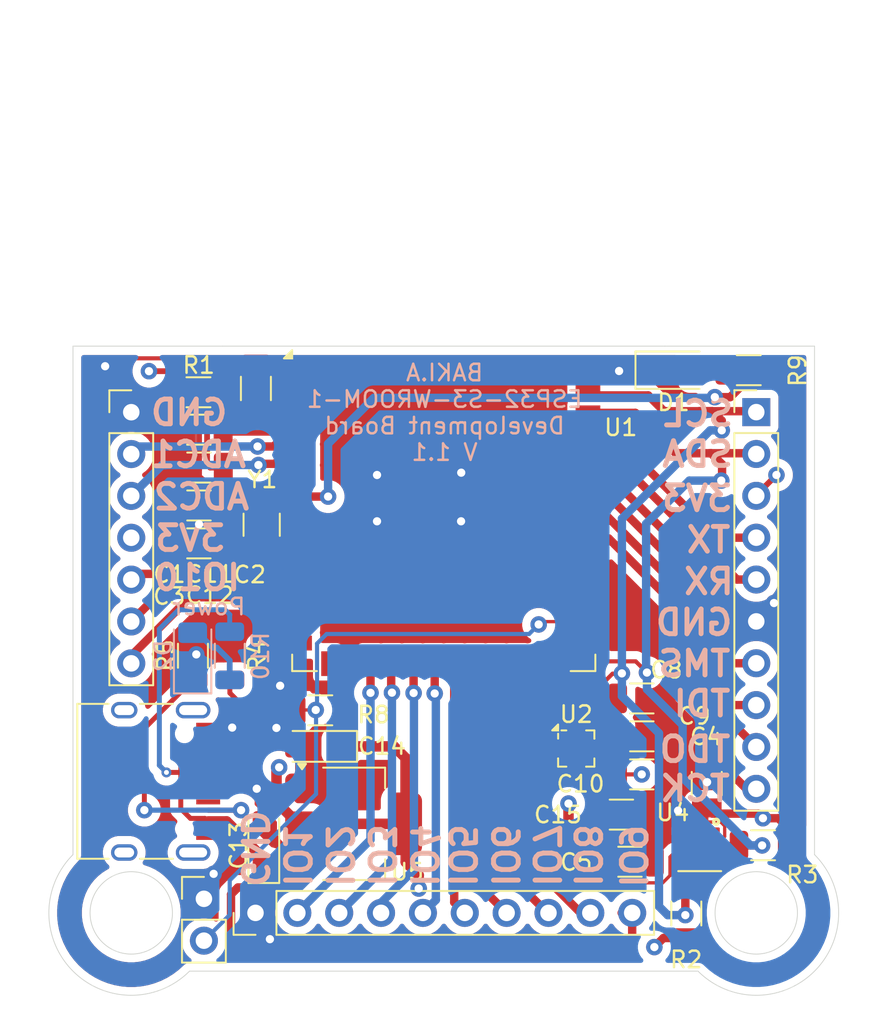
<source format=kicad_pcb>
(kicad_pcb (version 20241229) (generator "pcbnew") (generator_version "9.0")
  (layers (0 "F.Cu" signal) (4 "In1.Cu" signal) (6 "In2.Cu" signal) (2 "B.Cu" signal) (13 "F.Paste" user) (15 "B.Paste" user) (5 "F.SilkS" user "F.Silkscreen") (7 "B.SilkS" user "B.Silkscreen") (1 "F.Mask" user) (3 "B.Mask" user) (25 "Edge.Cuts" user))
  (net 0 "")
  (net 2 "GND")
  (net 3 "GPIO0_STRAPPING")
  (net 5 "Net-(D2-A)")
  (net 8 "ADC1")
  (net 9 "GPIO1")
  (net 11 "USB+")
  (net 12 "TX")
  (net 13 "TDI")
  (net 14 "TCK")
  (net 15 "TDO")
  (net 16 "RX")
  (net 17 "USB-")
  (net 18 "TMS")
  (net 19 "SDA")
  (net 20 "GPIO5")
  (net 21 "GPIO7")
  (net 22 "unconnected-(U1-IO6-Pad6)")
  (net 23 "GPIO8")
  (net 24 "GPIO4")
  (net 25 "GPIO3")
  (net 26 "GPIO6")
  (net 27 "ADC2")
  (net 28 "GPIO12")
  (net 29 "GPIO9")
  (net 30 "GPIO2")
  (net 31 "GPIO10")
  (net 32 "/EN")
  (net 35 "/XTAL32K_P")
  (net 36 "/XTAL32K_N")
  (net 37 "GPIO11")
  (net 38 "Net-(U2-C1)")
  (net 40 "SCL")
  (net 42 "VBUS_5V")
  (net 43 "+3V3")
  (net 46 "CC1")
  (net 47 "CC2")
  (net 48 "Net-(D1-A)")
  (footprint "Capacitor_SMD:C_1206_3216Metric" (layer "F.Cu") (at 101.785001 91.62)
    (property "Reference" "C2")
    (property "Value" "15p")
  )
  (footprint "Resistor_SMD:R_1206_3216Metric" (layer "F.Cu") (at 135.15 83.41 180)
    (property "Reference" "R9")
    (property "Value" "1K")
  )
  (footprint "Resistor_SMD:R_1206_3216Metric" (layer "F.Cu") (at 136.0175 112.24 180)
    (property "Reference" "R3")
    (property "Value" "4k7")
  )
  (footprint "Resistor_SMD:R_1206_3216Metric" (layer "F.Cu") (at 109.1475 104.05 180)
    (property "Reference" "R8")
    (property "Value" "10K")
  )
  (footprint "Capacitor_Tantalum_SMD:CP_EIA-3216-18_Kemet-A" (layer "F.Cu") (at 109.0675 106.24 180)
    (property "Reference" "C14")
    (property "Value" "10u")
  )
  (footprint "Capacitor_SMD:C_1206_3216Metric" (layer "F.Cu") (at 128.66 105.63 180)
    (property "Reference" "C9")
    (property "Value" "100n")
  )
  (footprint "LED_SMD:LED_1206_3216Metric" (layer "F.Cu") (at 130.56 83.41)
    (property "Reference" "D1")
    (property "Value" "LED")
  )
  (footprint "Capacitor_SMD:C_1206_3216Metric" (layer "F.Cu") (at 101.775001 87.02 180)
    (property "Reference" "C1")
    (property "Value" "1u")
  )
  (footprint "Capacitor_SMD:C_1206_3216Metric" (layer "F.Cu") (at 127.94 113.24 180)
    (property "Reference" "C5")
    (property "Value" "100n")
  )
  (footprint "Resistor_SMD:R_1206_3216Metric" (layer "F.Cu") (at 101.42 100.74 90)
    (property "Reference" "R5")
    (property "Value" "5k1")
  )
  (footprint "Crystal:Crystal_SMD_3215-2Pin_3.2x1.5mm" (layer "F.Cu") (at 105.59 92.79 -90)
    (property "Reference" "Y1")
    (property "Value" "Crystal")
  )
  (footprint "BME280:PSON65P250X250X100-8N" (layer "F.Cu") (at 132.1725 112.36)
    (property "Reference" "U4")
    (property "Value" "BME280")
  )
  (footprint "Package_LGA:LGA-12_2x2mm_P0.5mm" (layer "F.Cu") (at 124.68 106.37)
    (property "Reference" "U2")
    (property "Value" "LIS2MDL")
  )
  (footprint "Capacitor_SMD:C_1206_3216Metric" (layer "F.Cu") (at 127.42 110.38)
    (property "Reference" "C15")
    (property "Value" "220n")
  )
  (footprint "Resistor_SMD:R_1206_3216Metric" (layer "F.Cu") (at 103.66 100.7375 90)
    (property "Reference" "R4")
    (property "Value" "5k1")
  )
  (footprint "Connector_PinHeader_2.54mm:PinHeader_1x10_P2.54mm_Vertical" (layer "F.Cu") (at 135.604467 85.954999)
    (property "Reference" "J1" (hide yes))
    (property "Value" "Comms")
  )
  (footprint "Resistor_SMD:R_1206_3216Metric" (layer "F.Cu") (at 131.36 116.38 -90)
    (property "Reference" "R2")
    (property "Value" "4k7")
  )
  (footprint "Capacitor_SMD:C_1206_3216Metric" (layer "F.Cu") (at 101.785 89.32)
    (property "Reference" "C11")
    (property "Value" "100n")
  )
  (footprint "Capacitor_SMD:C_1206_3216Metric" (layer "F.Cu") (at 128.66 103.33)
    (property "Reference" "C8")
    (property "Value" "100n")
  )
  (footprint "Capacitor_SMD:C_1206_3216Metric" (layer "F.Cu") (at 101.78 93.92)
    (property "Reference" "C3")
    (property "Value" "15p")
  )
  (footprint "Connector_PinHeader_2.54mm:PinHeader_1x07_P2.54mm_Vertical" (layer "F.Cu") (at 97.675534 85.96)
    (property "Reference" "J3" (hide yes))
    (property "Value" "Conn_01x07_Pin")
  )
  (footprint "Connector_PinHeader_2.54mm:PinHeader_1x10_P2.54mm_Vertical" (layer "F.Cu") (at 105.215001 116.344467 90)
    (property "Reference" "J2" (hide yes))
    (property "Value" "Conn_01x10_Pin")
  )
  (footprint "Connector_PinHeader_2.54mm:PinHeader_1x02_P2.54mm_Vertical" (layer "F.Cu") (at 102.085 115.49)
    (property "Reference" "J5" (hide yes))
    (property "Value" "Conn_01x02_Socket")
  )
  (footprint "Package_TO_SOT_SMD:SOT-223-3_TabPin2" (layer "F.Cu") (at 111.17 110.94)
    (property "Reference" "U5")
    (property "Value" "LM1117MP-3.3")
  )
  (footprint "Resistor_SMD:R_1206_3216Metric" (layer "F.Cu") (at 101.7525 84.75)
    (property "Reference" "R1")
    (property "Value" "10K")
  )
  (footprint "RF_Module:ESP32-S3-WROOM-1" (layer "F.Cu") (at 116.64 88.72)
    (property "Reference" "U1")
    (property "Value" "ESP32-S3-WROOM-1")
  )
  (footprint "Capacitor_SMD:C_1206_3216Metric" (layer "F.Cu") (at 128.655 107.94 180)
    (property "Reference" "C10")
    (property "Value" "1u")
  )
  (footprint "Connector_USB:USB_C_Receptacle_HRO_TYPE-C-31-M-12" (layer "F.Cu") (at 98.3 108.36 -90)
    (property "Reference" "J4" (hide yes))
    (property "Value" "USB_C_Receptacle_USB2.0_14P")
  )
  (footprint "Capacitor_SMD:C_1206_3216Metric" (layer "F.Cu") (at 105.24 84.52 -90)
    (property "Reference" "C12")
    (property "Value" "22u")
  )
  (footprint "Capacitor_SMD:C_1206_3216Metric" (layer "F.Cu") (at 132.6 108.5 -90)
    (property "Reference" "C4")
    (property "Value" "100n")
  )
  (footprint "Capacitor_Tantalum_SMD:CP_EIA-3216-18_Kemet-A" (layer "F.Cu") (at 105.72 112.22 90)
    (property "Reference" "C13")
    (property "Value" "10u")
  )
  (footprint "LED_SMD:LED_1206_3216Metric" (layer "B.Cu") (at 101.4 100.74 90)
    (property "Reference" "D2")
    (property "Value" "LED")
  )
  (footprint "Resistor_SMD:R_1206_3216Metric" (layer "B.Cu") (at 103.65 100.7425 -90)
    (property "Reference" "R10")
    (property "Value" "1K")
  )
  (gr_circle (center 97.675534 116.344467) (end 100.175534 116.344467) (stroke (width 0.05)) (fill no) (layer "Edge.Cuts"))
  (gr_arc (start 101.211067 119.88) (mid 94.139968 119.879967) (end 94.14 112.808933) (stroke (width 0.05)) (layer "Edge.Cuts"))
  (gr_line (start 94.14 81.951067) (end 103.211063 81.951003) (stroke (width 0.05)) (layer "Edge.Cuts"))
  (gr_line (start 101.211067 119.88) (end 132.068933 119.88) (stroke (width 0.05)) (layer "Edge.Cuts"))
  (gr_line (start 139.14 81.951067) (end 139.14 112.808933) (stroke (width 0.05)) (layer "Edge.Cuts"))
  (gr_arc (start 139.14 112.808933) (mid 139.140001 119.880001) (end 132.068933 119.88) (stroke (width 0.05)) (layer "Edge.Cuts"))
  (gr_line (start 130.068929 81.951055) (end 103.211063 81.951003) (stroke (width 0.05)) (layer "Edge.Cuts"))
  (gr_line (start 139.14 81.951067) (end 130.068929 81.951055) (stroke (width 0.05)) (layer "Edge.Cuts"))
  (gr_line (start 94.14 81.951067) (end 94.14 112.808933) (stroke (width 0.05)) (layer "Edge.Cuts"))
  (gr_circle (center 135.604467 116.344467) (end 138.104467 116.344467) (stroke (width 0.05)) (fill no) (layer "Edge.Cuts"))
  (gr_text "RX" (at 134.39 97.12 0) (layer "B.SilkS") (effects (font (size 1.5 1.5) (thickness 0.3) (bold yes)) (justify left bottom mirror)))
  (gr_text "IO5" (at 116.87 114.91 270) (layer "B.SilkS") (effects (font (size 1.5 1.5) (thickness 0.3) (bold yes)) (justify left bottom mirror)))
  (gr_text "IO7" (at 121.98 114.91 270) (layer "B.SilkS") (effects (font (size 1.5 1.5) (thickness 0.3) (bold yes)) (justify left bottom mirror)))
  (gr_text "GND" (at 103.67 86.86 0) (layer "B.SilkS") (effects (font (size 1.5 1.5) (thickness 0.3) (bold yes)) (justify left bottom mirror)))
  (gr_text "TDI" (at 134.19 104.53 0) (layer "B.SilkS") (effects (font (size 1.5 1.5) (thickness 0.3) (bold yes)) (justify left bottom mirror)))
  (gr_text "IO9" (at 127.22 114.96 270) (layer "B.SilkS") (effects (font (size 1.5 1.5) (thickness 0.3) (bold yes)) (justify left bottom mirror)))
  (gr_text "IO10" (at 104.44 96.88 0) (layer "B.SilkS") (effects (font (size 1.5 1.5) (thickness 0.3) (bold yes)) (justify left bottom mirror)))
  (gr_text "ADC2" (at 104.99 91.98 0) (layer "B.SilkS") (effects (font (size 1.5 1.5) (thickness 0.3) (bold yes)) (justify left bottom mirror)))
  (gr_text "ADC1" (at 104.8 89.41 0) (layer "B.SilkS") (effects (font (size 1.5 1.5) (thickness 0.3) (bold yes)) (justify left bottom mirror)))
  (gr_text "IO8" (at 124.46 114.91 270) (layer "B.SilkS") (effects (font (size 1.5 1.5) (thickness 0.3) (bold yes)) (justify left bottom mirror)))
  (gr_text "IO6\n" (at 119.46 114.91 270) (layer "B.SilkS") (effects (font (size 1.5 1.5) (thickness 0.3) (bold yes)) (justify left bottom mirror)))
  (gr_text "TX" (at 134.19 94.59 0) (layer "B.SilkS") (effects (font (size 1.5 1.5) (thickness 0.3) (bold yes)) (justify left bottom mirror)))
  (gr_text "SCL" (at 134.36 86.93 0) (layer "B.SilkS") (effects (font (size 1.5 1.5) (thickness 0.3) (bold yes)) (justify left bottom mirror)))
  (gr_text "IO1" (at 106.84 114.91 270) (layer "B.SilkS") (effects (font (size 1.5 1.5) (thickness 0.3) (bold yes)) (justify left bottom mirror)))
  (gr_text "3V3" (at 103.51 94.49 0) (layer "B.SilkS") (effects (font (size 1.5 1.5) (thickness 0.3) (bold yes)) (justify left bottom mirror)))
  (gr_text "BAKI.A\nESP32-S3-WROOM-1\nDevelopment Board\nV 1.1\n" (at 116.69 88.98 0) (layer "B.SilkS") (effects (font (size 1 1)) (justify bottom mirror)))
  (gr_text "TMS" (at 134.19 102.1 0) (layer "B.SilkS") (effects (font (size 1.5 1.5) (thickness 0.3) (bold yes)) (justify left bottom mirror)))
  (gr_text "GND" (at 134.31 99.6 0) (layer "B.SilkS") (effects (font (size 1.5 1.5) (thickness 0.3) (bold yes)) (justify left bottom mirror)))
  (gr_text "Power" (at 104.69 98.35 0) (layer "B.SilkS") (effects (font (size 1 1)) (justify left bottom mirror)))
  (gr_text "GND" (at 104.27 114.92 270) (layer "B.SilkS") (effects (font (size 1.5 1.5) (thickness 0.3) (bold yes)) (justify left bottom mirror)))
  (gr_text "SDA" (at 134.35 89.39 0) (layer "B.SilkS") (effects (font (size 1.5 1.5) (thickness 0.3) (bold yes)) (justify left bottom mirror)))
  (gr_text "TDO" (at 134.19 107.3 0) (layer "B.SilkS") (effects (font (size 1.5 1.5) (thickness 0.3) (bold yes)) (justify left bottom mirror)))
  (gr_text "3V3" (at 134.27 92.07 0) (layer "B.SilkS") (effects (font (size 1.5 1.5) (thickness 0.3) (bold yes)) (justify left bottom mirror)))
  (gr_text "IO3" (at 111.97 114.91 270) (layer "B.SilkS") (effects (font (size 1.5 1.5) (thickness 0.3) (bold yes)) (justify left bottom mirror)))
  (gr_text "TCK" (at 134.16 109.68 0) (layer "B.SilkS") (effects (font (size 1.5 1.5) (thickness 0.3) (bold yes)) (justify left bottom mirror)))
  (gr_text "IO4" (at 114.55 114.92 270) (layer "B.SilkS") (effects (font (size 1.5 1.5) (thickness 0.3) (bold yes)) (justify left bottom mirror)))
  (gr_text "IO2" (at 109.42 114.92 270) (layer "B.SilkS") (effects (font (size 1.5 1.5) (thickness 0.3) (bold yes)) (justify left bottom mirror)))
  (segment (start 105.24 83.044999) (end 103.994999 83.044999) (width 0.25) (layer "F.Cu") (net 2))
  (segment (start 106.09 117.94) (end 105.24 117.09) (width 0.2) (layer "F.Cu") (net 2))
  (segment (start 105.24 116.369466) (end 105.215001 116.344467) (width 0.2) (layer "F.Cu") (net 2))
  (segment (start 136.68 97.579466) (end 135.604467 98.654999) (width 0.2) (layer "F.Cu") (net 2))
  (segment (start 130.21 110.79) (end 130.21 111.89) (width 0.2) (layer "F.Cu") (net 2))
  (segment (start 106.264999 83.044999) (end 106.68 83.46) (width 0.25) (layer "F.Cu") (net 2))
  (segment (start 110.552 102.56) (end 106.71 102.56) (width 0.635) (layer "F.Cu") (net 2))
  (segment (start 107.4625 106.2325) (end 107.71 106.2325) (width 0.2) (layer "F.Cu") (net 2))
  (segment (start 132.62 108.41) (end 130.600001 108.41) (width 0.508) (layer "F.Cu") (net 2))
  (segment (start 101.79 92.76) (end 101.79 91.76) (width 0.35) (layer "F.Cu") (net 2))
  (segment (start 101.79 91.76) (end 101.79 89.47) (width 0.35) (layer "F.Cu") (net 2))
  (segment (start 107.75 83.6) (end 107.89 83.46) (width 0.35) (layer "F.Cu") (net 2))
  (segment (start 103.8 112.85) (end 103.8 112.21) (width 0.2) (layer "F.Cu") (net 2))
  (segment (start 102.355 105.1) (end 102.345 105.11) (width 0.2) (layer "F.Cu") (net 2))
  (segment (start 101.79 92.76) (end 101.79 93.58) (width 0.35) (layer "F.Cu") (net 2))
  (segment (start 132.265 112.035) (end 132.915 111.385) (width 0.2) (layer "F.Cu") (net 2))
  (segment (start 105.72 110.16) (end 105.29 109.73) (width 0.25) (layer "F.Cu") (net 2))
  (segment (start 132.915 111.385) (end 133.1425 111.385) (width 0.2) (layer "F.Cu") (net 2))
  (segment (start 101.79 87.16) (end 101.65 87.02) (width 0.35) (layer "F.Cu") (net 2))
  (segment (start 100.304999 93.92) (end 100.304999 87.024999) (width 0.35) (layer "F.Cu") (net 2))
  (segment (start 126.412 109.166) (end 129.784 109.166) (width 0.25) (layer "F.Cu") (net 2))
  (segment (start 125.05 106.62) (end 124.931 106.739) (width 0.25) (layer "F.Cu") (net 2))
  (segment (start 132.265 112.845) (end 132.265 112.035) (width 0.2) (layer "F.Cu") (net 2))
  (segment (start 131.2025 112.035) (end 131.825 112.035) (width 0.2) (layer "F.Cu") (net 2))
  (segment (start 130.135 103.33) (end 130.135 107.935001) (width 0.25) (layer "F.Cu") (net 2))
  (segment (start 129.11 83.46) (end 129.16 83.41) (width 0.635) (layer "F.Cu") (net 2))
  (segment (start 130.47 111.89) (end 130.615 112.035) (width 0.2) (layer "F.Cu") (net 2))
  (segment (start 103.66 100.47) (end 103.66 99.275) (width 0.635) (layer "F.Cu") (net 2))
  (segment (start 106.68 106.24) (end 106.47 106.03) (width 0.2) (layer "F.Cu") (net 2))
  (segment (start 102.675 113.975) (end 103.8 112.85) (width 0.2) (layer "F.Cu") (net 2))
  (segment (start 101.79364 100.829658) (end 103.300342 100.829658) (width 0.635) (layer "F.Cu") (net 2))
  (segment (start 106.68 83.46) (end 107.89 83.46) (width 0.25) (layer "F.Cu") (net 2))
  (segment (start 101.79 93.58) (end 101.45 93.92) (width 0.35) (layer "F.Cu") (net 2))
  (segment (start 131.2025 113.335) (end 131.775 113.335) (width 0.2) (layer "F.Cu") (net 2))
  (segment (start 107.72 108.34) (end 107.72 106.2425) (width 0.2) (layer "F.Cu") (net 2))
  (segment (start 129.65 111.89) (end 130.21 111.89) (width 0.2) (layer "F.Cu") (net 2))
  (segment (start 127.28 83.46) (end 129.11 83.46) (width 0.635) (layer "F.Cu") (net 2))
  (segment (start 136.68 97.54) (end 136.68 97.579466) (width 0.2) (layer "F.Cu") (net 2))
  (segment (start 105.24 83.044999) (end 105.234999 83.05) (width 0.25) (layer "F.Cu") (net 2))
  (segment (start 102.085 114.565) (end 102.675 113.975) (width 0.2) (layer "F.Cu") (net 2))
  (segment (start 107.7175 106.24) (end 106.68 106.24) (width 0.2) (layer "F.Cu") (net 2))
  (segment (start 105.29 109.73) (end 105.29 108.81) (width 0.25) (layer "F.Cu") (net 2))
  (segment (start 132.6 108.39) (end 132.6 107.024999) (width 0.508) (layer "F.Cu") (net 2))
  (segment (start 129.415001 112.124999) (end 129.65 111.89) (width 0.2) (layer "F.Cu") (net 2))
  (segment (start 105.24 117.09) (end 105.24 116.369466) (width 0.2) (layer "F.Cu") (net 2))
  (segment (start 124.93 107.684) (end 126.412 109.166) (width 0.25) (layer "F.Cu") (net 2))
  (segment (start 107.724999 83.294999) (end 107.89 83.46) (width 0.35) (layer "F.Cu") (net 2))
  (segment (start 107.71 106.2325) (end 107.7175 106.24) (width 0.2) (layer "F.Cu") (net 2))
  (segment (start 105.29 108.81) (end 105.28 108.81) (width 0.2) (layer "F.Cu") (net 2))
  (segment (start 108.02 108.64) (end 107.72 108.34) (width 0.2) (layer "F.Cu") (net 2))
  (segment (start 101.79 89.47) (end 101.64 89.32) (width 0.35) (layer "F.Cu") (net 2))
  (segment (start 101.676844 100.71) (end 101.6 100.71) (width 0.2) (layer "F.Cu") (net 2))
  (segment (start 101.621991 100.658009) (end 101.621991 100.655147) (width 0.635) (layer "F.Cu") (net 2))
  (segment (start 131.825 112.035) (end 132.265 112.035) (width 0.2) (layer "F.Cu") (net 2))
  (segment (start 129.784 109.166) (end 130.130001 108.819999) (width 0.25) (layer "F.Cu") (net 2))
  (segment (start 106.47 105.135) (end 106.485 105.12) (width 0.2) (layer "F.Cu") (net 2))
  (segment (start 101.79 91.76) (end 101.65 91.62) (width 0.35) (layer "F.Cu") (net 2))
  (segment (start 125.39 83.46) (end 127.28 83.46) (width 0.635) (layer "F.Cu") (net 2))
  (segment (start 96.57 82.69) (end 96.09 83.17) (width 0.25) (layer "F.Cu") (net 2))
  (segment (start 101.621991 100.655147) (end 101.42 100.453156) (width 0.635) (layer "F.Cu") (net 2))
  (segment (start 101.79 89.47) (end 101.79 87.16) (width 0.35) (layer "F.Cu") (net 2))
  (segment (start 103.994999 83.044999) (end 103.64 82.69) (width 0.25) (layer "F.Cu") (net 2))
  (segment (start 131.775 113.335) (end 132.265 112.845) (width 0.2) (layer "F.Cu") (net 2))
  (segment (start 130.615 112.035) (end 131.2025 112.035) (width 0.2) (layer "F.Cu") (net 2))
  (segment (start 110.925 101.22) (end 110.925 102.187) (width 0.635) (layer "F.Cu") (net 2))
  (segment (start 103.300342 100.829658) (end 103.66 100.47) (width 0.635) (layer "F.Cu") (net 2))
  (segment (start 131.2075 113.33) (end 131.2025 113.335) (width 0.2) (layer "F.Cu") (net 2))
  (segment (start 130.86 110.14) (end 130.21 110.79) (width 0.2) (layer "F.Cu") (net 2))
  (segment (start 130.130001 108.819999) (end 130.130001 107.94) (width 0.25) (layer "F.Cu") (net 2))
  (segment (start 103.8 112.21) (end 103.2 111.61) (width 0.2) (layer "F.Cu") (net 2))
  (segment (start 110.925 102.187) (end 110.552 102.56) (width 0.635) (layer "F.Cu") (net 2))
  (segment (start 124.93 107.1325) (end 124.93 107.684) (width 0.25) (layer "F.Cu") (net 2))
  (segment (start 101.42 100.453156) (end 101.42 99.2775) (width 0.635) (layer "F.Cu") (net 2))
  (segment (start 102.085 115.49) (end 102.085 114.565) (width 0.2) (layer "F.Cu") (net 2))
  (segment (start 124.931 106.739) (end 124.931 106.91) (width 0.25) (layer "F.Cu") (net 2))
  (segment (start 107.72 106.2425) (end 107.7175 106.24) (width 0.2) (layer "F.Cu") (net 2))
  (segment (start 105.72 110.87) (end 105.72 110.16) (width 0.25) (layer "F.Cu") (net 2))
  (segment (start 105.24 83.044999) (end 106.264999 83.044999) (width 0.25) (layer "F.Cu") (net 2))
  (segment (start 101.65 91.62) (end 100.31 91.62) (width 0.35) (layer "F.Cu") (net 2))
  (segment (start 103.64 82.69) (end 96.57 82.69) (width 0.25) (layer "F.Cu") (net 2))
  (segment (start 130.600001 108.41) (end 130.130001 107.94) (width 0.508) (layer "F.Cu") (net 2))
  (segment (start 129.415001 113.24) (end 129.415001 112.124999) (width 0.2) (layer "F.Cu") (net 2))
  (segment (start 101.64 89.32) (end 100.31 89.32) (width 0.35) (layer "F.Cu") (net 2))
  (segment (start 130.41 110.14) (end 130.86 110.14) (width 0.2) (layer "F.Cu") (net 2))
  (segment (start 130.135 107.935001) (end 130.130001 107.94) (width 0.25) (layer "F.Cu") (net 2))
  (segment (start 101.65 87.02) (end 100.3 87.02) (width 0.35) (layer "F.Cu") (net 2))
  (segment (start 103.2 111.61) (end 102.345 111.61) (width 0.2) (layer "F.Cu") (net 2))
  (segment (start 101.621991 100.658009) (end 101.79364 100.829658) (width 0.635) (layer "F.Cu") (net 2))
  (segment (start 125.4425 106.62) (end 125.05 106.62) (width 0.25) (layer "F.Cu") (net 2))
  (segment (start 103.8 105.1) (end 102.355 105.1) (width 0.2) (layer "F.Cu") (net 2))
  (segment (start 130.21 111.89) (end 130.47 111.89) (width 0.2) (layer "F.Cu") (net 2))
  (segment (start 106.47 106.03) (end 106.47 105.135) (width 0.2) (layer "F.Cu") (net 2))
  (segment (start 100.304999 87.024999) (end 100.3 87.02) (width 0.35) (layer "F.Cu") (net 2))
  (segment (start 101.45 93.92) (end 100.304999 93.92) (width 0.35) (layer "F.Cu") (net 2))
  (segment (start 132.62 108.41) (end 132.6 108.39) (width 0.508) (layer "F.Cu") (net 2))
  (via (at 102.675 113.975) (size 1) (drill 0.5) (layers "F.Cu" "B.Cu") (net 2))
  (via (at 101.79 92.76) (size 1) (drill 0.5) (layers "F.Cu" "B.Cu") (net 2))
  (via (at 96.09 83.17) (size 1) (drill 0.5) (layers "F.Cu" "B.Cu") (net 2))
  (via (at 106.485 105.12) (size 1) (drill 0.5) (layers "F.Cu" "B.Cu") (net 2))
  (via (at 112.59 89.77) (size 1) (drill 0.5) (layers "F.Cu" "B.Cu") (net 2))
  (via (at 117.69 92.58) (size 1) (drill 0.5) (layers "F.Cu" "B.Cu") (net 2))
  (via (at 106.09 117.94) (size 1) (drill 0.5) (layers "F.Cu" "B.Cu") (net 2))
  (via (at 105.29 108.81) (size 1) (drill 0.5) (layers "F.Cu" "B.Cu") (net 2))
  (via (at 132.62 108.41) (size 1) (drill 0.5) (layers "F.Cu" "B.Cu") (net 2))
  (via (at 103.8 105.1) (size 1) (drill 0.5) (layers "F.Cu" "B.Cu") (net 2))
  (via (at 117.7 89.63) (size 1) (drill 0.5) (layers "F.Cu" "B.Cu") (net 2))
  (via (at 136.68 97.54) (size 1) (drill 0.5) (layers "F.Cu" "B.Cu") (net 2))
  (via (at 127.28 83.46) (size 1) (drill 0.5) (layers "F.Cu" "B.Cu") (net 2))
  (via (at 106.71 102.56) (size 1) (drill 0.5) (layers "F.Cu" "B.Cu") (net 2))
  (via (at 130.86 110.14) (size 1) (drill 0.5) (layers "F.Cu" "B.Cu") (net 2))
  (via (at 112.59 92.58) (size 1) (drill 0.5) (layers "F.Cu" "B.Cu") (net 2))
  (via (at 101.621991 100.658009) (size 1) (drill 0.5) (layers "F.Cu" "B.Cu") (net 2))
  (segment (start 101.621991 100.658009) (end 101.796502 100.83252) (width 0.2) (layer "B.Cu") (net 2))
  (segment (start 101.796502 101.743497) (end 101.4 102.139999) (width 0.2) (layer "B.Cu") (net 2))
  (segment (start 101.38 102.139999) (end 101.632706 102.139999) (width 0.2) (layer "B.Cu") (net 2))
  (segment (start 101.796502 100.83252) (end 101.796502 101.743497) (width 0.2) (layer "B.Cu") (net 2))
  (segment (start 108.87 104.03) (end 107.705 104.03) (width 0.2) (layer "F.Cu") (net 3))
  (segment (start 123.64 98.67) (end 124.94 99.97) (width 0.2) (layer "F.Cu") (net 3))
  (segment (start 107.68 104.045) (end 107.685 104.05) (width 0.2) (layer "F.Cu") (net 3))
  (segment (start 122.57 98.67) (end 123.64 98.67) (width 0.2) (layer "F.Cu") (net 3))
  (segment (start 124.94 99.97) (end 125.39 99.97) (width 0.2) (layer "F.Cu") (net 3))
  (segment (start 122.4 98.84) (end 122.57 98.67) (width 0.2) (layer "F.Cu") (net 3))
  (segment (start 107.705 104.03) (end 107.685 104.05) (width 0.2) (layer "F.Cu") (net 3))
  (via (at 108.87 104.03) (size 1) (drill 0.5) (layers "F.Cu" "B.Cu") (net 3))
  (via (at 122.4 98.84) (size 1) (drill 0.5) (layers "F.Cu" "B.Cu") (net 3))
  (segment (start 108.87 104.03) (end 108.89 104.05) (width 0.2) (layer "B.Cu") (net 3))
  (segment (start 108.89 109.13) (end 103.65 114.37) (width 0.25) (layer "B.Cu") (net 3))
  (segment (start 121.82 99.42) (end 109.53 99.42) (width 0.25) (layer "B.Cu") (net 3))
  (segment (start 108.95 103.95) (end 108.87 104.03) (width 0.2) (layer "B.Cu") (net 3))
  (segment (start 108.88 103.69) (end 108.87 103.7) (width 0.2) (layer "B.Cu") (net 3))
  (segment (start 122.4 98.84) (end 121.82 99.42) (width 0.25) (layer "B.Cu") (net 3))
  (segment (start 108.89 104.05) (end 108.89 109.13) (width 0.25) (layer "B.Cu") (net 3))
  (segment (start 103.65 116.465) (end 102.085 118.03) (width 0.25) (layer "B.Cu") (net 3))
  (segment (start 108.87 103.7) (end 108.87 104.03) (width 0.2) (layer "B.Cu") (net 3))
  (segment (start 108.95 100) (end 108.95 103.95) (width 0.25) (layer "B.Cu") (net 3))
  (segment (start 103.65 114.37) (end 103.65 116.465) (width 0.25) (layer "B.Cu") (net 3))
  (segment (start 109.53 99.42) (end 108.95 100) (width 0.25) (layer "B.Cu") (net 3))
  (segment (start 103.65 102.23) (end 103.65 101.024459) (width 0.35) (layer "B.Cu") (net 5))
  (segment (start 103.65 101.024459) (end 102.869041 100.2435) (width 0.35) (layer "B.Cu") (net 5))
  (segment (start 102.869041 100.2435) (end 102.6135 100.2435) (width 0.35) (layer "B.Cu") (net 5))
  (segment (start 101.710001 99.340001) (end 101.4 99.340001) (width 0.35) (layer "B.Cu") (net 5))
  (segment (start 102.6135 100.2435) (end 101.710001 99.340001) (width 0.35) (layer "B.Cu") (net 5))
  (segment (start 107.82 87.2) (end 107.89 87.27) (width 0.508) (layer "F.Cu") (net 8))
  (segment (start 107.16 87.2) (end 107.82 87.2) (width 0.508) (layer "F.Cu") (net 8))
  (segment (start 105.34 88.04) (end 106.32 88.04) (width 0.508) (layer "F.Cu") (net 8))
  (segment (start 106.32 88.04) (end 107.16 87.2) (width 0.508) (layer "F.Cu") (net 8))
  (via (at 105.34 88.04) (size 1) (drill 0.5) (layers "F.Cu" "B.Cu") (net 8))
  (segment (start 105.34 88.04) (end 104.344366 88.04) (width 0.508) (layer "B.Cu") (net 8))
  (segment (start 104.344366 88.04) (end 104.341326 88.04304) (width 0.508) (layer "B.Cu") (net 8))
  (segment (start 98.132494 88.04304) (end 97.675534 88.5) (width 0.508) (layer "B.Cu") (net 8))
  (segment (start 104.341326 88.04304) (end 98.132494 88.04304) (width 0.508) (layer "B.Cu") (net 8))
  (segment (start 112.195 102.99) (end 112.195 101.22) (width 0.508) (layer "F.Cu") (net 9))
  (via (at 112.195 102.99) (size 1) (drill 0.5) (layers "F.Cu" "B.Cu") (net 9))
  (segment (start 112.195 111.904468) (end 107.755001 116.344467) (width 0.508) (layer "B.Cu") (net 9))
  (segment (start 112.195 102.99) (end 112.195 111.904468) (width 0.508) (layer "B.Cu") (net 9))
  (segment (start 104.333198 108.085) (end 103.457501 108.085) (width 0.3) (layer "F.Cu") (net 11))
  (segment (start 105.735 100.253198) (end 105.735 106.683198) (width 0.3) (layer "F.Cu") (net 11))
  (segment (start 106.428198 99.56) (end 105.735 100.253198) (width 0.3) (layer "F.Cu") (net 11))
  (segment (start 107.89 99.97) (end 107.59 99.97) (width 0.3) (layer "F.Cu") (net 11))
  (segment (start 107.18 99.56) (end 106.428198 99.56) (width 0.3) (layer "F.Cu") (net 11))
  (segment (start 105.735 106.683198) (end 104.333198 108.085) (width 0.3) (layer "F.Cu") (net 11))
  (segment (start 103.457501 108.085) (end 103.432501 108.11) (width 0.3) (layer "F.Cu") (net 11))
  (segment (start 102.345 109.11) (end 103.308198 109.11) (width 0.3) (layer "F.Cu") (net 11))
  (segment (start 107.59 99.97) (end 107.18 99.56) (width 0.3) (layer "F.Cu") (net 11))
  (segment (start 103.308198 109.11) (end 104.333198 108.085) (width 0.3) (layer "F.Cu") (net 11))
  (segment (start 103.432501 108.11) (end 102.345 108.11) (width 0.3) (layer "F.Cu") (net 11))
  (segment (start 126.88 87.27) (end 125.39 87.27) (width 0.508) (layer "F.Cu") (net 12))
  (segment (start 133.184999 93.574999) (end 126.88 87.27) (width 0.508) (layer "F.Cu") (net 12))
  (segment (start 135.604467 93.574999) (end 133.184999 93.574999) (width 0.508) (layer "F.Cu") (net 12))
  (segment (start 132.44 96.872) (end 126.648 91.08) (width 0.508) (layer "F.Cu") (net 13))
  (segment (start 132.44 102.14) (end 132.44 96.872) (width 0.508) (layer "F.Cu") (net 13))
  (segment (start 135.604467 103.734999) (end 135.194999 103.734999) (width 0.508) (layer "F.Cu") (net 13))
  (segment (start 126.648 91.08) (end 125.39 91.08) (width 0.508) (layer "F.Cu") (net 13))
  (segment (start 134.034999 103.734999) (end 132.44 102.14) (width 0.508) (layer "F.Cu") (net 13))
  (segment (start 135.604467 103.734999) (end 134.034999 103.734999) (width 0.508) (layer "F.Cu") (net 13))
  (segment (start 131.165 102.855) (end 131.165 98.137) (width 0.508) (layer "F.Cu") (net 14))
  (segment (start 126.648 93.62) (end 125.39 93.62) (width 0.508) (layer "F.Cu") (net 14))
  (segment (start 135.604467 108.814999) (end 135.004999 108.814999) (width 0.508) (layer "F.Cu") (net 14))
  (segment (start 135.004999 108.814999) (end 134.07 107.88) (width 0.508) (layer "F.Cu") (net 14))
  (segment (start 134.07 107.88) (end 134.07 105.76) (width 0.508) (layer "F.Cu") (net 14))
  (segment (start 131.165 98.137) (end 126.648 93.62) (width 0.508) (layer "F.Cu") (net 14))
  (segment (start 134.07 105.76) (end 131.165 102.855) (width 0.508) (layer "F.Cu") (net 14))
  (segment (start 126.62 92.35) (end 125.39 92.35) (width 0.508) (layer "F.Cu") (net 15))
  (segment (start 131.801 97.531) (end 126.62 92.35) (width 0.508) (layer "F.Cu") (net 15))
  (segment (start 135.604467 106.274999) (end 131.801 102.471532) (width 0.508) (layer "F.Cu") (net 15))
  (segment (start 131.801 102.471532) (end 131.801 97.531) (width 0.508) (layer "F.Cu") (net 15))
  (segment (start 125.419293 88.569293) (end 125.39 88.54) (width 0.508) (layer "F.Cu") (net 16))
  (segment (start 126.86 88.54) (end 125.39 88.54) (width 0.508) (layer "F.Cu") (net 16))
  (segment (start 135.604467 96.114999) (end 134.434999 96.114999) (width 0.508) (layer "F.Cu") (net 16))
  (segment (start 134.434999 96.114999) (end 126.86 88.54) (width 0.508) (layer "F.Cu") (net 16))
  (segment (start 104.146802 107.635) (end 103.457501 107.635) (width 0.3) (layer "F.Cu") (net 17))
  (segment (start 102.345 107.61) (end 101.25 107.61) (width 0.3) (layer "F.Cu") (net 17))
  (segment (start 107.59 98.7) (end 107.18 99.11) (width 0.3) (layer "F.Cu") (net 17))
  (segment (start 101.11 108.42) (end 101.3 108.61) (width 0.3) (layer "F.Cu") (net 17))
  (segment (start 103.457501 107.635) (end 103.432501 107.61) (width 0.3) (layer "F.Cu") (net 17))
  (segment (start 106.241802 99.11) (end 105.285 100.066802) (width 0.3) (layer "F.Cu") (net 17))
  (segment (start 105.285 106.496802) (end 104.146802 107.635) (width 0.3) (layer "F.Cu") (net 17))
  (segment (start 105.285 100.066802) (end 105.285 106.496802) (width 0.3) (layer "F.Cu") (net 17))
  (segment (start 101.3 108.61) (end 102.345 108.61) (width 0.3) (layer "F.Cu") (net 17))
  (segment (start 101.11 107.75) (end 101.11 108.42) (width 0.3) (layer "F.Cu") (net 17))
  (segment (start 107.18 99.11) (end 106.241802 99.11) (width 0.3) (layer "F.Cu") (net 17))
  (segment (start 103.432501 107.61) (end 102.345 107.61) (width 0.3) (layer "F.Cu") (net 17))
  (segment (start 101.25 107.61) (end 101.11 107.75) (width 0.3) (layer "F.Cu") (net 17))
  (segment (start 107.89 98.7) (end 107.59 98.7) (width 0.3) (layer "F.Cu") (net 17))
  (segment (start 133.590999 101.194999) (end 133.076 100.68) (width 0.508) (layer "F.Cu") (net 18))
  (segment (start 133.076 96.238) (end 126.648 89.81) (width 0.508) (layer "F.Cu") (net 18))
  (segment (start 135.604467 101.194999) (end 133.590999 101.194999) (width 0.508) (layer "F.Cu") (net 18))
  (segment (start 126.648 89.81) (end 125.39 89.81) (width 0.508) (layer "F.Cu") (net 18))
  (segment (start 133.076 100.68) (end 133.076 96.238) (width 0.508) (layer "F.Cu") (net 18))
  (segment (start 123.14 106.857) (end 123.403 107.12) (width 0.25) (layer "F.Cu") (net 19))
  (segment (start 123.14 104.43) (end 123.14 106.857) (width 0.25) (layer "F.Cu") (net 19))
  (segment (start 129.19 102) (end 129.19 101.98) (width 0.25) (layer "F.Cu") (net 19))
  (segment (start 134.555 112.24) (end 134.11 112.685) (width 0.25) (layer "F.Cu") (net 19))
  (segment (start 135.604467 88.494999) (end 135.444999 88.494999) (width 0.508) (layer "F.Cu") (net 19))
  (segment (start 135.604467 88.494999) (end 135.559468 88.45) (width 0.508) (layer "F.Cu") (net 19))
  (segment (start 123.403 107.12) (end 123.9175 107.12) (width 0.25) (layer "F.Cu") (net 19))
  (segment (start 129.19 101.98) (end 128.97 101.76) (width 0.25) (layer "F.Cu") (net 19))
  (segment (start 132.86 88.45) (end 132.76 88.45) (width 0.508) (layer "F.Cu") (net 19))
  (segment (start 133.48 90.11) (end 133.53 90.06) (width 0.508) (layer "F.Cu") (net 19))
  (segment (start 134.11 112.685) (end 133.1425 112.685) (width 0.25) (layer "F.Cu") (net 19))
  (segment (start 134.565 112.25) (end 134.555 112.24) (width 0.508) (layer "F.Cu") (net 19))
  (segment (start 126.49 101.08) (end 123.14 104.43) (width 0.25) (layer "F.Cu") (net 19))
  (segment (start 132.76 88.45) (end 130.72056 88.45) (width 0.508) (layer "F.Cu") (net 19))
  (segment (start 128.97 101.76) (end 128.29 101.08) (width 0.25) (layer "F.Cu") (net 19))
  (segment (start 135.559468 88.45) (end 132.86 88.45) (width 0.508) (layer "F.Cu") (net 19))
  (segment (start 130.72056 88.45) (end 128.27056 86) (width 0.508) (layer "F.Cu") (net 19))
  (segment (start 133.53 90.06) (end 133.53 89.12) (width 0.508) (layer "F.Cu") (net 19))
  (segment (start 128.29 101.08) (end 126.49 101.08) (width 0.25) (layer "F.Cu") (net 19))
  (segment (start 133.53 89.12) (end 132.86 88.45) (width 0.508) (layer "F.Cu") (net 19))
  (segment (start 128.27056 86) (end 125.39 86) (width 0.508) (layer "F.Cu") (net 19))
  (segment (start 135.96 112.25) (end 134.565 112.25) (width 0.508) (layer "F.Cu") (net 19))
  (via (at 128.97 101.76) (size 1) (drill 0.5) (layers "F.Cu" "B.Cu") (net 19))
  (via (at 133.48 90.11) (size 1) (drill 0.5) (layers "F.Cu" "B.Cu") (net 19))
  (via (at 135.96 112.25) (size 1) (drill 0.5) (layers "F.Cu" "B.Cu") (net 19))
  (segment (start 128.92 101.71) (end 128.92 92.73) (width 0.508) (layer "B.Cu") (net 19))
  (segment (start 131.135 108.134152) (end 135.250848 112.25) (width 0.508) (layer "B.Cu") (net 19))
  (segment (start 128.97 102.77) (end 131.135 104.935) (width 0.508) (layer "B.Cu") (net 19))
  (segment (start 128.97 101.76) (end 128.92 101.71) (width 0.508) (layer "B.Cu") (net 19))
  (segment (start 128.97 101.76) (end 128.97 102.77) (width 0.508) (layer "B.Cu") (net 19))
  (segment (start 131.135 104.935) (end 131.135 108.134152) (width 0.508) (layer "B.Cu") (net 19))
  (segment (start 128.92 92.73) (end 131.54 90.11) (width 0.508) (layer "B.Cu") (net 19))
  (segment (start 131.54 90.11) (end 133.48 90.11) (width 0.508) (layer "B.Cu") (net 19))
  (segment (start 135.250848 112.25) (end 135.96 112.25) (width 0.508) (layer "B.Cu") (net 19))
  (segment (start 117.275 101.22) (end 117.275 115.704466) (width 0.508) (layer "F.Cu") (net 20))
  (segment (start 117.275 115.704466) (end 117.915001 116.344467) (width 0.508) (layer "F.Cu") (net 20))
  (segment (start 119.815 113.225) (end 122.934467 116.344467) (width 0.508) (layer "F.Cu") (net 21))
  (segment (start 122.934467 116.344467) (end 122.995002 116.344467) (width 0.508) (layer "F.Cu") (net 21))
  (segment (start 119.815 101.22) (end 119.815 113.225) (width 0.508) (layer "F.Cu") (net 21))
  (segment (start 107.877942 89.797942) (end 107.89 89.81) (width 0.508) (layer "F.Cu") (net 22))
  (segment (start 124.944467 116.344467) (end 125.535001 116.344467) (width 0.508) (layer "F.Cu") (net 23))
  (segment (start 121.085 101.22) (end 121.085 112.485) (width 0.508) (layer "F.Cu") (net 23))
  (segment (start 121.085 112.485) (end 124.944467 116.344467) (width 0.508) (layer "F.Cu") (net 23))
  (segment (start 116.09 103.03) (end 116.09 101.305) (width 0.508) (layer "F.Cu") (net 24))
  (segment (start 116.09 101.305) (end 116.005 101.22) (width 0.508) (layer "F.Cu") (net 24))
  (via (at 116.09 103.03) (size 1) (drill 0.5) (layers "F.Cu" "B.Cu") (net 24))
  (segment (start 116.16 115.559468) (end 115.375001 116.344467) (width 0.508) (layer "B.Cu") (net 24))
  (segment (start 116.16 103.1) (end 116.16 115.559468) (width 0.508) (layer "B.Cu") (net 24))
  (segment (start 116.09 103.03) (end 116.16 103.1) (width 0.508) (layer "B.Cu") (net 24))
  (segment (start 114.81 101.295) (end 114.735 101.22) (width 0.508) (layer "F.Cu") (net 25))
  (segment (start 114.81 103) (end 114.81 101.295) (width 0.508) (layer "F.Cu") (net 25))
  (via (at 114.81 103) (size 1) (drill 0.5) (layers "F.Cu" "B.Cu") (net 25))
  (segment (start 114.81 103) (end 114.83 103.02) (width 0.508) (layer "B.Cu") (net 25))
  (segment (start 114.83 103.02) (end 114.83 113.73) (width 0.508) (layer "B.Cu") (net 25))
  (segment (start 112.835001 115.724999) (end 112.835001 116.344467) (width 0.508) (layer "B.Cu") (net 25))
  (segment (start 114.83 113.73) (end 112.835001 115.724999) (width 0.508) (layer "B.Cu") (net 25))
  (segment (start 118.545 101.22) (end 118.545 114.434466) (width 0.508) (layer "F.Cu") (net 26))
  (segment (start 118.545 114.434466) (end 120.455001 116.344467) (width 0.508) (layer "F.Cu") (net 26))
  (segment (start 107.849753 88.499753) (end 107.89 88.54) (width 0.508) (layer "F.Cu") (net 27))
  (segment (start 105.466861 89.092357) (end 106.397643 89.092357) (width 0.508) (layer "F.Cu") (net 27))
  (segment (start 106.990247 88.499753) (end 107.849753 88.499753) (width 0.508) (layer "F.Cu") (net 27))
  (segment (start 105.393486 89.165732) (end 105.466861 89.092357) (width 0.508) (layer "F.Cu") (net 27))
  (segment (start 106.397643 89.092357) (end 106.990247 88.499753) (width 0.508) (layer "F.Cu") (net 27))
  (via (at 105.393486 89.165732) (size 1) (drill 0.5) (layers "F.Cu" "B.Cu") (net 27))
  (segment (start 105.391502 89.163748) (end 99.766812 89.163748) (width 0.508) (layer "B.Cu") (net 27))
  (segment (start 99.539534 89.176) (end 97.675534 91.04) (width 0.508) (layer "B.Cu") (net 27))
  (segment (start 99.75456 89.176) (end 99.539534 89.176) (width 0.508) (layer "B.Cu") (net 27))
  (segment (start 105.393486 89.165732) (end 105.391502 89.163748) (width 0.508) (layer "B.Cu") (net 27))
  (segment (start 99.766812 89.163748) (end 99.75456 89.176) (width 0.508) (layer "B.Cu") (net 27))
  (segment (start 101.23 97.19) (end 97.675534 100.744466) (width 0.508) (layer "F.Cu") (net 28))
  (segment (start 107.65 97.19) (end 101.23 97.19) (width 0.508) (layer "F.Cu") (net 28))
  (segment (start 97.675534 100.634466) (end 97.675534 101.2) (width 0.508) (layer "F.Cu") (net 28))
  (segment (start 107.88 97.42) (end 107.89 97.43) (width 0.508) (layer "F.Cu") (net 28))
  (segment (start 107.89 97.43) (end 107.65 97.19) (width 0.508) (layer "F.Cu") (net 28))
  (segment (start 107.89 97.43) (end 107.88 97.44) (width 0.508) (layer "F.Cu") (net 28))
  (segment (start 97.675534 100.744466) (end 97.675534 101.2) (width 0.508) (layer "F.Cu") (net 28))
  (segment (start 107.89 91.08) (end 109.62 91.08) (width 0.508) (layer "F.Cu") (net 29))
  (segment (start 134.024 85.046) (end 135.66 83.41) (width 0.508) (layer "F.Cu") (net 29))
  (segment (start 133.09 85.046) (end 134.024 85.046) (width 0.508) (layer "F.Cu") (net 29))
  (segment (start 135.66 83.41) (end 136.6125 83.41) (width 0.508) (layer "F.Cu") (net 29))
  (via (at 109.62 91.08) (size 1) (drill 0.5) (layers "F.Cu" "B.Cu") (net 29))
  (via (at 133.09 85.046) (size 1) (drill 0.5) (layers "F.Cu" "B.Cu") (net 29))
  (segment (start 133.09 85.046) (end 133.046 85.09) (width 0.508) (layer "B.Cu") (net 29))
  (segment (start 109.62 87.87) (end 109.62 91.08) (width 0.508) (layer "B.Cu") (net 29))
  (segment (start 112.4 85.09) (end 109.62 87.87) (width 0.508) (layer "B.Cu") (net 29))
  (segment (start 133.046 85.09) (end 112.4 85.09) (width 0.508) (layer "B.Cu") (net 29))
  (segment (start 113.45 102.93468) (end 113.45 101.235) (width 0.508) (layer "F.Cu") (net 30))
  (segment (start 113.494962 102.979642) (end 113.45 102.93468) (width 0.508) (layer "F.Cu") (net 30))
  (segment (start 113.45 101.235) (end 113.465 101.22) (width 0.508) (layer "F.Cu") (net 30))
  (via (at 113.494962 102.979642) (size 1) (drill 0.5) (layers "F.Cu" "B.Cu") (net 30))
  (segment (start 113.494962 113.144505) (end 110.295 116.344467) (width 0.508) (layer "B.Cu") (net 30))
  (segment (start 113.494962 102.979642) (end 113.494962 113.144505) (width 0.508) (layer "B.Cu") (net 30))
  (segment (start 107.055 94.89) (end 106.175 95.77) (width 0.508) (layer "F.Cu") (net 31))
  (segment (start 97.675534 96.12) (end 97.925534 95.87) (width 0.508) (layer "F.Cu") (net 31))
  (segment (start 98.025534 95.77) (end 97.675534 96.12) (width 0.508) (layer "F.Cu") (net 31))
  (segment (start 106.175 95.77) (end 98.025534 95.77) (width 0.508) (layer "F.Cu") (net 31))
  (segment (start 107.89 94.89) (end 107.055 94.89) (width 0.508) (layer "F.Cu") (net 31))
  (segment (start 97.675534 96.12) (end 97.941534 95.854) (width 0.508) (layer "F.Cu") (net 31))
  (segment (start 106.116455 87.21) (end 107.326455 86) (width 0.35) (layer "F.Cu") (net 32))
  (segment (start 107.326455 86) (end 107.89 86) (width 0.35) (layer "F.Cu") (net 32))
  (segment (start 103.250002 84.785002) (end 103.215 84.75) (width 0.35) (layer "F.Cu") (net 32))
  (segment (start 103.250002 87.02) (end 103.250002 84.785002) (width 0.35) (layer "F.Cu") (net 32))
  (segment (start 103.250002 87.02) (end 103.440002 87.21) (width 0.35) (layer "F.Cu") (net 32))
  (segment (start 103.440002 87.21) (end 106.116455 87.21) (width 0.35) (layer "F.Cu") (net 32))
  (segment (start 106.399999 92.35) (end 107.89 92.35) (width 0.35) (layer "F.Cu") (net 35))
  (segment (start 105.510001 91.62) (end 105.59 91.540001) (width 0.2) (layer "F.Cu") (net 35))
  (segment (start 105.59 91.540001) (end 106.399999 92.35) (width 0.35) (layer "F.Cu") (net 35))
  (segment (start 103.575001 91.62) (end 105.510001 91.62) (width 0.35) (layer "F.Cu") (net 35))
  (segment (start 105.520001 93.97) (end 105.59 94.039999) (width 0.2) (layer "F.Cu") (net 36))
  (segment (start 105.960001 94.039999) (end 106.38 93.62) (width 0.35) (layer "F.Cu") (net 36))
  (segment (start 105.59 94.039999) (end 105.960001 94.039999) (width 0.35) (layer "F.Cu") (net 36))
  (segment (start 106.38 93.62) (end 107.89 93.62) (width 0.35) (layer "F.Cu") (net 36))
  (segment (start 103.565001 93.97) (end 105.520001 93.97) (width 0.35) (layer "F.Cu") (net 36))
  (segment (start 107.64 96.41) (end 99.925534 96.41) (width 0.508) (layer "F.Cu") (net 37))
  (segment (start 107.89 96.16) (end 107.64 96.41) (width 0.508) (layer "F.Cu") (net 37))
  (segment (start 99.925534 96.41) (end 97.675534 98.66) (width 0.508) (layer "F.Cu") (net 37))
  (segment (start 125.925 110.25) (end 125.925 109.315) (width 0.25) (layer "F.Cu") (net 38))
  (segment (start 125.925 109.315) (end 124.43 107.82) (width 0.25) (layer "F.Cu") (net 38))
  (segment (start 124.43 107.82) (end 124.43 107.1325) (width 0.25) (layer "F.Cu") (net 38))
  (segment (start 132.14 85.9) (end 133.46 85.9) (width 0.508) (layer "F.Cu") (net 40))
  (segment (start 133.46 85.9) (end 135.549468 85.9) (width 0.508) (layer "F.Cu") (net 40))
  (segment (start 131.3725 114.93) (end 132.04 114.93) (width 0.2) (layer "F.Cu") (net 40))
  (segment (start 127.45 101.81) (end 127.43 101.83) (width 0.25) (layer "F.Cu") (net 40))
  (segment (start 126.88 101.83) (end 123.9175 104.7925) (width 0.25) (layer "F.Cu") (net 40))
  (segment (start 131.36 114.9175) (end 131.3725 114.93) (width 0.2) (layer "F.Cu") (net 40))
  (segment (start 135.549468 85.9) (end 135.604467 85.954999) (width 0.508) (layer "F.Cu") (net 40))
  (segment (start 133.1425 113.8275) (end 133.1425 113.335) (width 0.2) (layer "F.Cu") (net 40))
  (segment (start 127.43 101.83) (end 126.88 101.83) (width 0.25) (layer "F.Cu") (net 40))
  (segment (start 133.51 87.06) (end 133.51 86.47) (width 0.508) (layer "F.Cu") (net 40))
  (segment (start 132.04 114.93) (end 133.1425 113.8275) (width 0.2) (layer "F.Cu") (net 40))
  (segment (start 130.01 85.9) (end 132.14 85.9) (width 0.508) (layer "F.Cu") (net 40))
  (segment (start 125.39 84.73) (end 125.6 84.94) (width 0.508) (layer "F.Cu") (net 40))
  (segment (start 129.05 84.94) (end 130.01 85.9) (width 0.508) (layer "F.Cu") (net 40))
  (segment (start 132.94 85.9) (end 132.14 85.9) (width 0.508) (layer "F.Cu") (net 40))
  (segment (start 125.6 84.94) (end 129.05 84.94) (width 0.508) (layer "F.Cu") (net 40))
  (segment (start 131.3 116.48) (end 131.3 114.9775) (width 0.508) (layer "F.Cu") (net 40))
  (segment (start 123.9175 104.7925) (end 123.9175 105.62) (width 0.25) (layer "F.Cu") (net 40))
  (segment (start 131.3 114.9775) (end 131.36 114.9175) (width 0.508) (layer "F.Cu") (net 40))
  (segment (start 133.51 86.47) (end 132.94 85.9) (width 0.508) (layer "F.Cu") (net 40))
  (via (at 127.45 101.81) (size 1) (drill 0.5) (layers "F.Cu" "B.Cu") (net 40))
  (via (at 131.3 116.48) (size 1) (drill 0.5) (layers "F.Cu" "B.Cu") (net 40))
  (via (at 133.51 87.06) (size 1) (drill 0.5) (layers "F.Cu" "B.Cu") (net 40))
  (segment (start 130.23 116.48) (end 131.3 116.48) (width 0.508) (layer "B.Cu") (net 40))
  (segment (start 129.7 115.95) (end 130.23 116.48) (width 0.508) (layer "B.Cu") (net 40))
  (segment (start 127.45 92.42) (end 132.81 87.06) (width 0.508) (layer "B.Cu") (net 40))
  (segment (start 129.7 105.44) (end 129.7 115.95) (width 0.508) (layer "B.Cu") (net 40))
  (segment (start 132.81 87.06) (end 133.51 87.06) (width 0.508) (layer "B.Cu") (net 40))
  (segment (start 127.45 101.81) (end 127.45 92.42) (width 0.508) (layer "B.Cu") (net 40))
  (segment (start 127.45 103.19) (end 129.7 105.44) (width 0.508) (layer "B.Cu") (net 40))
  (segment (start 127.45 101.81) (end 127.45 103.19) (width 0.508) (layer "B.Cu") (net 40))
  (segment (start 107.73 113.53) (end 105.76 113.53) (width 0.635) (layer "F.Cu") (net 42))
  (segment (start 108.02 114.37) (end 108.02 113.24) (width 0.508) (layer "F.Cu") (net 42))
  (segment (start 100.682 110.024) (end 100.682 107.82) (width 0.3) (layer "F.Cu") (net 42))
  (segment (start 101.269 110.611) (end 100.682 110.024) (width 0.3) (layer "F.Cu") (net 42))
  (segment (start 103.73 118.16) (end 103.73 115.219468) (width 0.508) (layer "F.Cu") (net 42))
  (segment (start 100.682 107.82) (end 100.682 106.720376) (width 0.3) (layer "F.Cu") (net 42))
  (segment (start 105.76 113.53) (end 105.72 113.57) (width 0.635) (layer "F.Cu") (net 42))
  (segment (start 127.434467 116.344467) (end 128.075001 116.344467) (width 0.508) (layer "F.Cu") (net 42))
  (segment (start 105.72 113.57) (end 105.72 113.05) (width 0.635) (layer "F.Cu") (net 42))
  (segment (start 128.075001 118.094999) (end 127.375 118.795) (width 0.508) (layer "F.Cu") (net 42))
  (segment (start 104.365 118.795) (end 103.73 118.16) (width 0.508) (layer "F.Cu") (net 42))
  (segment (start 103.73 115.219468) (end 104.149468 114.8) (width 0.508) (layer "F.Cu") (net 42))
  (segment (start 105.72 113.05) (end 103.4615 110.7915) (width 0.635) (layer "F.Cu") (net 42))
  (segment (start 100.682 106.720376) (end 101.492377 105.909999) (width 0.3) (layer "F.Cu") (net 42))
  (segment (start 104.149468 114.8) (end 107.59 114.8) (width 0.508) (layer "F.Cu") (net 42))
  (segment (start 103.4615 110.7915) (end 102.345 110.7915) (width 0.635) (layer "F.Cu") (net 42))
  (segment (start 101.492377 105.909999) (end 102.345 105.909999) (width 0.3) (layer "F.Cu") (net 42))
  (segment (start 102.345 110.810001) (end 102.145999 110.611) (width 0.3) (layer "F.Cu") (net 42))
  (segment (start 100.682 107.82) (end 99.81 107.82) (width 0.3) (layer "F.Cu") (net 42))
  (segment (start 108.02 113.24) (end 107.73 113.53) (width 0.635) (layer "F.Cu") (net 42))
  (segment (start 107.59 114.8) (end 108.02 114.37) (width 0.508) (layer "F.Cu") (net 42))
  (segment (start 102.145999 110.611) (end 101.269 110.611) (width 0.3) (layer "F.Cu") (net 42))
  (segment (start 127.375 118.795) (end 104.365 118.795) (width 0.508) (layer "F.Cu") (net 42))
  (segment (start 99.81 107.82) (end 99.79 107.82) (width 0.3) (layer "F.Cu") (net 42))
  (segment (start 128.075001 116.344467) (end 128.075001 118.094999) (width 0.508) (layer "F.Cu") (net 42))
  (via (at 99.81 107.82) (size 0.6) (drill 0.3) (layers "F.Cu" "B.Cu") (net 42))
  (segment (start 103.36 97.95) (end 103.66 98.25) (width 0.3) (layer "B.Cu") (net 42))
  (segment (start 99.38 99.12) (end 100.55 97.95) (width 0.3) (layer "B.Cu") (net 42))
  (segment (start 99.81 107.82) (end 99.38 107.39) (width 0.3) (layer "B.Cu") (net 42))
  (segment (start 99.38 107.39) (end 99.38 99.12) (width 0.3) (layer "B.Cu") (net 42))
  (segment (start 103.65 98.26) (end 103.65 99.2775) (width 0.3) (layer "B.Cu") (net 42))
  (segment (start 103.66 98.25) (end 103.65 98.26) (width 0.3) (layer "B.Cu") (net 42))
  (segment (start 100.55 97.95) (end 103.36 97.95) (width 0.3) (layer "B.Cu") (net 42))
  (segment (start 102.2765 84.3065) (end 102.2765 89.1365) (width 0.35) (layer "F.Cu") (net 43))
  (segment (start 107.810001 84.809999) (end 107.89 84.73) (width 0.2) (layer "F.Cu") (net 43))
  (segment (start 126.27 105.62) (end 127.174999 105.62) (width 0.25) (layer "F.Cu") (net 43))
  (segment (start 124.21 109.71) (end 124.21 109.87) (width 0.25) (layer "F.Cu") (net 43))
  (segment (start 125.4425 106.12) (end 124.94 106.12) (width 0.25) (layer "F.Cu") (net 43))
  (segment (start 129.97 117.87) (end 131.3325 117.87) (width 0.508) (layer "F.Cu") (net 43))
  (segment (start 98.75 83.47) (end 100 83.47) (width 0.35) (layer "F.Cu") (net 43))
  (segment (start 136.83 89.77) (end 135.604467 90.995533) (width 0.35) (layer "F.Cu") (net 43))
  (segment (start 114.33 110.950001) (end 114.319999 110.94) (width 0.635) (layer "F.Cu") (net 43))
  (segment (start 104.797363 84.502637) (end 105.184726 84.89) (width 0.35) (layer "F.Cu") (net 43))
  (segment (start 106.65 107.51) (end 106.49 107.67) (width 0.635) (layer "F.Cu") (net 43))
  (segment (start 113.62 106.24) (end 110.4175 106.24) (width 0.635) (layer "F.Cu") (net 43))
  (segment (start 126 106.12) (end 126.27 105.85) (width 0.25) (layer "F.Cu") (net 43))
  (segment (start 124.21 111.62) (end 124.21 109.71) (width 0.635) (layer "F.Cu") (net 43))
  (segment (start 110.59 104.07) (end 110.61 104.05) (width 0.635) (layer "F.Cu") (net 43))
  (segment (start 133.1425 112.035) (end 133.356788 112.035) (width 0.2) (layer "F.Cu") (net 43))
  (segment (start 127.174999 105.62) (end 127.184999 105.63) (width 0.25) (layer "F.Cu") (net 43))
  (segment (start 106.49 109.62) (end 107.81 110.94) (width 0.635) (layer "F.Cu") (net 43))
  (segment (start 130.37 114.076161) (end 129.925161 114.521) (width 0.2) (layer "F.Cu") (net 43))
  (segment (start 129.925161 114.521) (end 126.721 114.521) (width 0.2) (layer "F.Cu") (net 43))
  (segment (start 125.83 113.24) (end 124.21 111.62) (width 0.635) (layer "F.Cu") (net 43))
  (segment (start 125.4425 105.62) (end 126.27 105.62) (width 0.25) (layer "F.Cu") (net 43))
  (segment (start 102.2765 89.1365) (end 102.46 89.32) (width 0.35) (layer "F.Cu") (net 43))
  (segment (start 126.27 105.85) (end 126.27 105.62) (width 0.25) (layer "F.Cu") (net 43))
  (segment (start 131.2025 112.685) (end 130.635 112.685) (width 0.2) (layer "F.Cu") (net 43))
  (segment (start 126.721 114.521) (end 126.464999 114.264999) (width 0.2) (layer "F.Cu") (net 43))
  (segment (start 106.49 107.67) (end 106.49 109.62) (width 0.635) (layer "F.Cu") (net 43))
  (segment (start 114.33 113.26) (end 114.33 110.950001) (width 0.635) (layer "F.Cu") (net 43))
  (segment (start 135.73 110.32) (end 132.944999 110.32) (width 0.508) (layer "F.Cu") (net 43))
  (segment (start 132.944999 110.32) (end 132.6 109.975001) (width 0.508) (layer "F.Cu") (net 43))
  (segment (start 100.29 83.76) (end 100.29 84.75) (width 0.35) (layer "F.Cu") (net 43))
  (segment (start 124.94 106.12) (end 124.44 106.62) (width 0.25) (layer "F.Cu") (net 43))
  (segment (start 105.184726 84.89) (end 107.73 84.89) (width 0.35) (layer "F.Cu") (net 43))
  (segment (start 101.44 83.47) (end 102.2765 84.3065) (width 0.35) (layer "F.Cu") (net 43))
  (segment (start 136.01 110.6) (end 136.95 110.6) (width 0.508) (layer "F.Cu") (net 43))
  (segment (start 129.42 118.42) (end 129.97 117.87) (width 0.508) (layer "F.Cu") (net 43))
  (segment (start 115.12 114.86696) (end 115.12 114.05) (width 0.635) (layer "F.Cu") (net 43))
  (segment (start 133.44 111.951788) (end 133.44 111.911) (width 0.2) (layer "F.Cu") (net 43))
  (segment (start 133.6885 111.703288) (end 133.6885 111.066712) (width 0.2) (layer "F.Cu") (net 43))
  (segment (start 132.6 110.83) (end 132.6 109.975001) (width 0.2) (layer "F.Cu") (net 43))
  (segment (start 107.81 110.94) (end 108.020001 110.94) (width 0.635) (layer "F.Cu") (net 43))
  (segment (start 132.6 110.83) (end 132.045 111.385) (width 0.2) (layer "F.Cu") (net 43))
  (segment (start 128.655 107.94) (end 127.179999 107.94) (width 0.25) (layer "F.Cu") (net 43))
  (segment (start 114.319999 106.939999) (end 113.62 106.24) (width 0.635) (layer "F.Cu") (net 43))
  (segment (start 110.59 106.0675) (end 110.59 104.07) (width 0.635) (layer "F.Cu") (net 43))
  (segment (start 132.045 111.385) (end 131.2025 111.385) (width 0.2) (layer "F.Cu") (net 43))
  (segment (start 125.4425 106.12) (end 126 106.12) (width 0.25) (layer "F.Cu") (net 43))
  (segment (start 136.01 110.6) (end 135.73 110.32) (width 0.508) (layer "F.Cu") (net 43))
  (segment (start 124.44 106.62) (end 123.9175 106.62) (width 0.25) (layer "F.Cu") (net 43))
  (segment (start 126.464999 113.24) (end 125.83 113.24) (width 0.635) (layer "F.Cu") (net 43))
  (segment (start 133.451788 110.83) (end 132.6 110.83) (width 0.2) (layer "F.Cu") (net 43))
  (segment (start 126.464999 114.264999) (end 126.464999 113.844999) (width 0.2) (layer "F.Cu") (net 43))
  (segment (start 103.764726 83.47) (end 104.797363 84.502637) (width 0.35) (layer "F.Cu") (net 43))
  (segment (start 100 83.47) (end 103.764726 83.47) (width 0.35) (layer "F.Cu") (net 43))
  (segment (start 130.635 112.685) (end 130.37 112.95) (width 0.2) (layer "F.Cu") (net 43))
  (segment (start 133.6885 111.066712) (end 133.451788 110.83) (width 0.2) (layer "F.Cu") (net 43))
  (segment (start 110.48 110.94) (end 108.020001 110.94) (width 0.635) (layer "F.Cu") (net 43))
  (segment (start 127.185 107.934999) (end 127.179999 107.94) (width 0.25) (layer "F.Cu") (net 43))
  (segment (start 124.21 109.87) (end 124.04 110.04) (width 0.25) (layer "F.Cu") (net 43))
  (segment (start 104.797363 84.502637) (end 105.24 84.945274) (width 0.35) (layer "F.Cu") (net 43))
  (segment (start 137.48 111.13) (end 137.48 112.24) (width 0.508) (layer "F.Cu") (net 43))
  (segment (start 115.12 114.05) (end 114.33 113.26) (width 0.635) (layer "F.Cu") (net 43))
  (segment (start 100 83.47) (end 101.44 83.47) (width 0.35) (layer "F.Cu") (net 43))
  (segment (start 131.3325 117.87) (end 131.36 117.8425) (width 0.508) (layer "F.Cu") (net 43))
  (segment (start 100 83.47) (end 100.29 83.76) (width 0.35) (layer "F.Cu") (net 43))
  (segment (start 127.185 103.33) (end 127.185 107.934999) (width 0.25) (layer "F.Cu") (net 43))
  (segment (start 135.604467 90.995533) (end 135.604467 91.034999) (width 0.35) (layer "F.Cu") (net 43))
  (segment (start 133.356788 112.035) (end 133.44 111.951788) (width 0.2) (layer "F.Cu") (net 43))
  (segment (start 114.319999 110.94) (end 114.319999 106.939999) (width 0.635) (layer "F.Cu") (net 43))
  (segment (start 105.24 84.945274) (end 105.24 85.995001) (width 0.35) (layer "F.Cu") (net 43))
  (segment (start 130.37 112.95) (end 130.37 114.076161) (width 0.2) (layer "F.Cu") (net 43))
  (segment (start 114.319999 110.94) (end 110.48 110.94) (width 0.635) (layer "F.Cu") (net 43))
  (segment (start 136.95 110.6) (end 137.48 111.13) (width 0.508) (layer "F.Cu") (net 43))
  (segment (start 110.4175 106.24) (end 110.59 106.0675) (width 0.635) (layer "F.Cu") (net 43))
  (segment (start 133.480788 111.911) (end 133.6885 111.703288) (width 0.2) (layer "F.Cu") (net 43))
  (segment (start 133.44 111.911) (end 133.480788 111.911) (width 0.2) (layer "F.Cu") (net 43))
  (segment (start 107.73 84.89) (end 107.89 84.73) (width 0.35) (layer "F.Cu") (net 43))
  (segment (start 102.46 89.32) (end 103.26 89.32) (width 0.35) (layer "F.Cu") (net 43))
  (via (at 98.75 83.47) (size 1) (drill 0.5) (layers "F.Cu" "B.Cu") (net 43))
  (via (at 128.655 107.94) (size 1) (drill 0.5) (layers "F.Cu" "B.Cu") (net 43))
  (via (at 136.01 110.6) (size 1) (drill 0.5) (layers "F.Cu" "B.Cu") (net 43))
  (via (at 129.42 118.42) (size 1) (drill 0.5) (layers "F.Cu" "B.Cu") (net 43))
  (via (at 106.65 107.51) (size 1) (drill 0.5) (layers "F.Cu" "B.Cu") (net 43))
  (via (at 136.83 89.77) (size 1) (drill 0.5) (layers "F.Cu" "B.Cu") (net 43))
  (via (at 115.12 114.86696) (size 1) (drill 0.5) (layers "F.Cu" "B.Cu") (net 43))
  (via (at 124.21 109.71) (size 1) (drill 0.5) (layers "F.Cu" "B.Cu") (net 43))
  (segment (start 103.92 107.11) (end 102.344999 107.11) (width 0.3) (layer "F.Cu") (net 46))
  (segment (start 104.74 106.29) (end 103.92 107.11) (width 0.3) (layer "F.Cu") (net 46))
  (segment (start 104.74 104.08) (end 104.74 106.29) (width 0.3) (layer "F.Cu") (net 46))
  (segment (start 103.98 102.2125) (end 103.97 102.2225) (width 0.2) (layer "F.Cu") (net 46))
  (segment (start 103.66 102.2) (end 103.66 103) (width 0.3) (layer "F.Cu") (net 46))
  (segment (start 103.66 103) (end 104.74 104.08) (width 0.3) (layer "F.Cu") (net 46))
  (segment (start 98.47 105.1525) (end 98.47 110.11) (width 0.3) (layer "F.Cu") (net 47))
  (segment (start 101.42 102.2025) (end 98.47 105.1525) (width 0.3) (layer "F.Cu") (net 47))
  (segment (start 104.34 110.11) (end 104.334 110.116) (width 0.31) (layer "F.Cu") (net 47))
  (segment (start 104.334 110.116) (end 102.345 110.116) (width 0.31) (layer "F.Cu") (net 47))
  (via (at 98.47 110.11) (size 1) (drill 0.5) (layers "F.Cu" "B.Cu") (net 47))
  (via (at 104.34 110.11) (size 1) (drill 0.5) (layers "F.Cu" "B.Cu") (net 47))
  (segment (start 104.34 110.11) (end 98.47 110.11) (width 0.31) (layer "B.Cu") (net 47))
  (segment (start 133.63 83.4675) (end 133.6875 83.41) (width 0.2) (layer "F.Cu") (net 48))
  (segment (start 131.96 83.41) (end 133.6875 83.41) (width 0.508) (layer "F.Cu") (net 48))
  (zone (net 2) (net_name "GND") (layers "F.Cu" "B.Cu" "In1.Cu") (connect_pads yes (clearance 0.5)) (min_thickness 0.3) (fill yes (thermal_gap 0.5) (thermal_bridge_width 0.5))
    (polygon (pts (xy 143.55 121.19) (xy 143.67 82.49) (xy 89.77 82.49) (xy 89.71 122.99) (xy 143.58 123.11)))
  )
)
</source>
